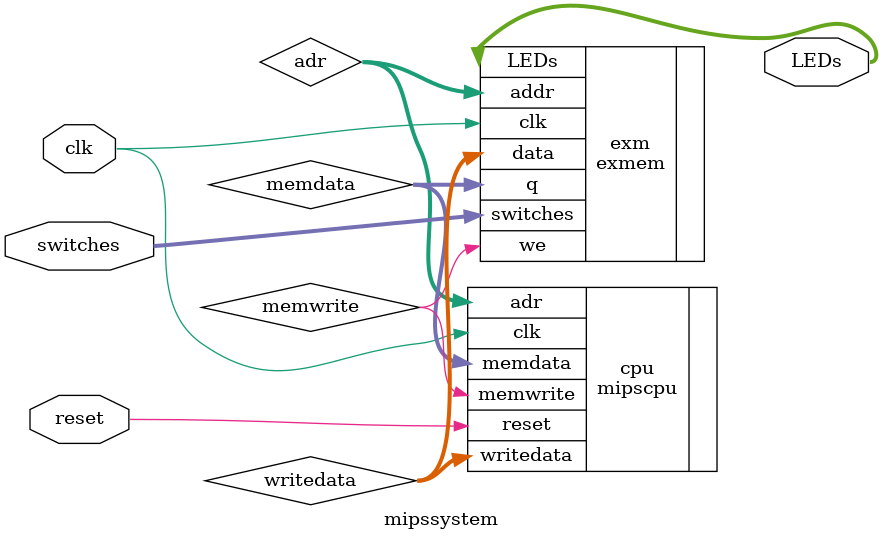
<source format=v>
module mipssystem #(parameter DATA_WIDTH=8, parameter ADDR_WIDTH=8) 
		(
			input clk, input reset, 
			input  [(ADDR_WIDTH-1):0] switches,
			output [(DATA_WIDTH-1):0] LEDs
		);

wire [7:0] memdata;
wire memwrite;
wire [7:0] adr, writedata;

// Instantiating the external memory module and the cpu mips cpu module
// Upon first load the memdata outputted by exmem will have the 1st byte of the 1st instruction.
// The first four states correspond to the fetch states and this will load the 
// 32-bit instruction register with the four bytes of the instruction read from memory.

exmem   exm(
				.data(writedata), 
				.addr(adr), 
				.we(memwrite), 
				.clk(clk), 
				.switches(switches), 
				.LEDs(LEDs),
				.q(memdata)
			);

mipscpu cpu(
				.clk(clk), 
				.reset(reset), 
				.memdata(memdata), 
				.memwrite(memwrite), 
				.adr(adr), 
				.writedata(writedata)
			);


endmodule

</source>
